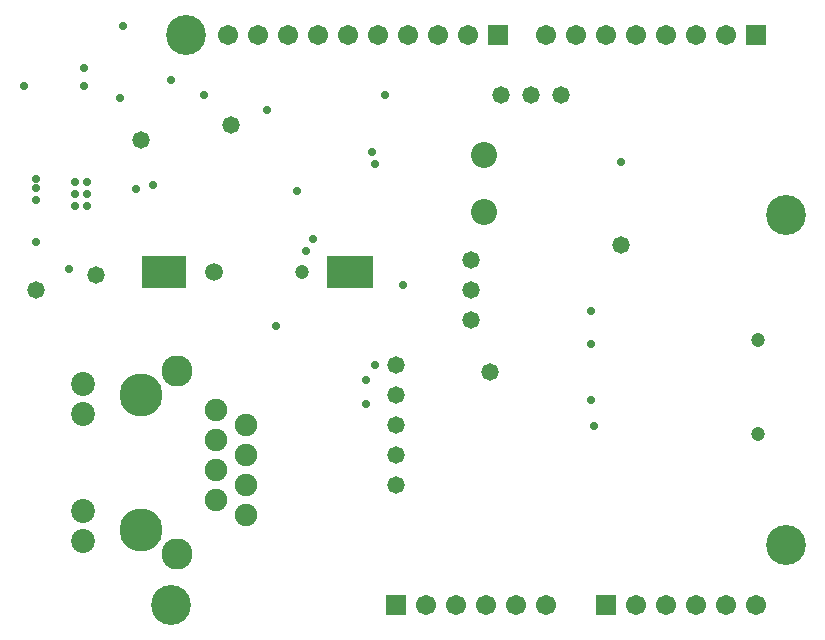
<source format=gbs>
G04 Layer_Color=16711935*
%FSLAX25Y25*%
%MOIN*%
G70*
G01*
G75*
%ADD67C,0.06706*%
%ADD68R,0.06706X0.06706*%
%ADD69C,0.13300*%
%ADD70C,0.10367*%
%ADD71C,0.07493*%
%ADD72C,0.07965*%
%ADD73C,0.14383*%
%ADD74C,0.04737*%
%ADD75C,0.08674*%
%ADD76C,0.05918*%
%ADD77C,0.05800*%
%ADD78C,0.02769*%
%ADD79R,0.15210X0.11036*%
%ADD80R,0.14737X0.11036*%
D67*
X240000Y10000D02*
D03*
X210000D02*
D03*
X220000D02*
D03*
X230000D02*
D03*
X250000D02*
D03*
X190000Y200000D02*
D03*
X200000D02*
D03*
X220000D02*
D03*
X230000D02*
D03*
X240000D02*
D03*
X210000D02*
D03*
X180000D02*
D03*
X104000D02*
D03*
X114000D02*
D03*
X134000D02*
D03*
X144000D02*
D03*
X154000D02*
D03*
X124000D02*
D03*
X94000D02*
D03*
X84000D02*
D03*
X74000D02*
D03*
X170000Y10000D02*
D03*
X140000D02*
D03*
X150000D02*
D03*
X160000D02*
D03*
X180000D02*
D03*
D68*
X200000D02*
D03*
X250000Y200000D02*
D03*
X164000D02*
D03*
X130000Y10000D02*
D03*
D69*
X55000D02*
D03*
X60000Y200000D02*
D03*
X260000Y30000D02*
D03*
Y140000D02*
D03*
D70*
X57008Y27008D02*
D03*
Y87992D02*
D03*
D71*
X80000Y40000D02*
D03*
X70000Y45000D02*
D03*
X80000Y50000D02*
D03*
X70000Y55000D02*
D03*
X80000Y60000D02*
D03*
X70000Y65000D02*
D03*
X80000Y70000D02*
D03*
X70000Y75000D02*
D03*
D72*
X25709Y83583D02*
D03*
Y73583D02*
D03*
Y41417D02*
D03*
Y31417D02*
D03*
D73*
X45000Y80000D02*
D03*
Y35000D02*
D03*
D74*
X250590Y98425D02*
D03*
Y66929D02*
D03*
X98779Y121000D02*
D03*
D75*
X159500Y140787D02*
D03*
Y160000D02*
D03*
D76*
X69252Y121000D02*
D03*
D77*
X155000Y105000D02*
D03*
Y115000D02*
D03*
Y125000D02*
D03*
X10000Y115000D02*
D03*
X205000Y130000D02*
D03*
X30000Y120000D02*
D03*
X75000Y170000D02*
D03*
X45000Y165000D02*
D03*
X185000Y180000D02*
D03*
X175000D02*
D03*
X165000D02*
D03*
X130000Y90000D02*
D03*
Y80000D02*
D03*
Y70000D02*
D03*
Y60000D02*
D03*
Y50000D02*
D03*
X161555Y87500D02*
D03*
D78*
X97000Y148000D02*
D03*
X120000Y85000D02*
D03*
X123000Y90000D02*
D03*
X120000Y77000D02*
D03*
X195000Y97000D02*
D03*
X87000Y175000D02*
D03*
X126500Y180000D02*
D03*
X132500Y116555D02*
D03*
X195000Y108000D02*
D03*
X196185Y69685D02*
D03*
X195000Y78347D02*
D03*
X90000Y103000D02*
D03*
X205000Y157500D02*
D03*
X23031Y150937D02*
D03*
X26969D02*
D03*
X23031Y147000D02*
D03*
X26969D02*
D03*
X23031Y143063D02*
D03*
X26969D02*
D03*
X100000Y128000D02*
D03*
X66000Y180000D02*
D03*
X38000Y179000D02*
D03*
X26000Y189000D02*
D03*
X55000Y185000D02*
D03*
X10000Y152000D02*
D03*
X26000Y183000D02*
D03*
X10000Y149000D02*
D03*
X43425Y148575D02*
D03*
X123000Y157000D02*
D03*
X122000Y161000D02*
D03*
X102487Y132000D02*
D03*
X39000Y203000D02*
D03*
X6000Y183000D02*
D03*
X10000Y131000D02*
D03*
Y145000D02*
D03*
X21000Y122000D02*
D03*
X49000Y150000D02*
D03*
D79*
X114803Y121000D02*
D03*
D80*
X52598D02*
D03*
M02*

</source>
